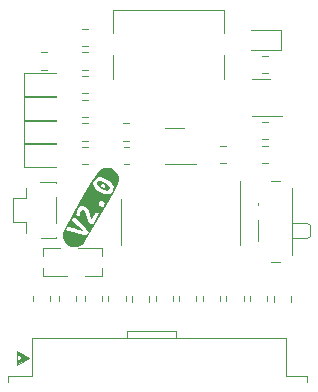
<source format=gbr>
G04 #@! TF.GenerationSoftware,KiCad,Pcbnew,6.0.7+dfsg-1~bpo11+1*
G04 #@! TF.ProjectId,project,70726f6a-6563-4742-9e6b-696361645f70,rev?*
G04 #@! TF.SameCoordinates,Original*
G04 #@! TF.FileFunction,Legend,Top*
G04 #@! TF.FilePolarity,Positive*
%FSLAX46Y46*%
G04 Gerber Fmt 4.6, Leading zero omitted, Abs format (unit mm)*
%MOMM*%
%LPD*%
G01*
G04 APERTURE LIST*
%ADD10C,0.150000*%
%ADD11C,0.120000*%
%ADD12R,0.600000X0.450000*%
%ADD13C,0.900000*%
%ADD14R,1.500000X0.700000*%
%ADD15R,0.800000X1.000000*%
%ADD16C,0.650000*%
%ADD17R,0.600000X1.450000*%
%ADD18R,0.300000X1.450000*%
%ADD19O,1.000000X2.100000*%
%ADD20O,1.000000X1.600000*%
%ADD21C,0.600000*%
%ADD22R,0.700000X0.450000*%
G04 APERTURE END LIST*
D10*
X100500000Y-124525000D02*
X99700000Y-124975000D01*
X100500000Y-124575000D02*
X99700000Y-124075000D01*
X100300000Y-124625000D02*
X99700000Y-124225000D01*
X100300000Y-124475000D02*
X99700000Y-124825000D01*
D11*
X111365000Y-119727064D02*
X111365000Y-119272936D01*
X112835000Y-119727064D02*
X112835000Y-119272936D01*
X109127064Y-106640000D02*
X108672936Y-106640000D01*
X109127064Y-108110000D02*
X108672936Y-108110000D01*
X110835000Y-119238748D02*
X110835000Y-119761252D01*
X109365000Y-119238748D02*
X109365000Y-119761252D01*
X104635000Y-119272936D02*
X104635000Y-119727064D01*
X103165000Y-119272936D02*
X103165000Y-119727064D01*
X102161252Y-100110000D02*
X101638748Y-100110000D01*
X102161252Y-98640000D02*
X101638748Y-98640000D01*
X102900000Y-100415000D02*
X100215000Y-100415000D01*
X100215000Y-100415000D02*
X100215000Y-102335000D01*
X100215000Y-102335000D02*
X102900000Y-102335000D01*
X100215000Y-104335000D02*
X102900000Y-104335000D01*
X102900000Y-102415000D02*
X100215000Y-102415000D01*
X100215000Y-102415000D02*
X100215000Y-104335000D01*
X120338748Y-106540000D02*
X120861252Y-106540000D01*
X120338748Y-108010000D02*
X120861252Y-108010000D01*
X118835000Y-119727064D02*
X118835000Y-119272936D01*
X117365000Y-119727064D02*
X117365000Y-119272936D01*
X108440000Y-112975000D02*
X108440000Y-111025000D01*
X108440000Y-112975000D02*
X108440000Y-114925000D01*
X118560000Y-112975000D02*
X118560000Y-109525000D01*
X118560000Y-112975000D02*
X118560000Y-114925000D01*
X116838748Y-106540000D02*
X117361252Y-106540000D01*
X116838748Y-108010000D02*
X117361252Y-108010000D01*
X105172936Y-100110000D02*
X105627064Y-100110000D01*
X105172936Y-98640000D02*
X105627064Y-98640000D01*
X122000000Y-98425000D02*
X119450000Y-98425000D01*
X122000000Y-96725000D02*
X119450000Y-96725000D01*
X122000000Y-98425000D02*
X122000000Y-96725000D01*
X105172936Y-104110000D02*
X105627064Y-104110000D01*
X105172936Y-102640000D02*
X105627064Y-102640000D01*
X105172936Y-96640000D02*
X105627064Y-96640000D01*
X105172936Y-98110000D02*
X105627064Y-98110000D01*
X120300000Y-104035000D02*
X119500000Y-104035000D01*
X120300000Y-100915000D02*
X121100000Y-100915000D01*
X120300000Y-104035000D02*
X122100000Y-104035000D01*
X120300000Y-100915000D02*
X119500000Y-100915000D01*
X105172936Y-106640000D02*
X105627064Y-106640000D01*
X105172936Y-108110000D02*
X105627064Y-108110000D01*
X113000000Y-108135000D02*
X114800000Y-108135000D01*
X113000000Y-105015000D02*
X112200000Y-105015000D01*
X113000000Y-105015000D02*
X113800000Y-105015000D01*
X113000000Y-108135000D02*
X112200000Y-108135000D01*
X120080000Y-111575000D02*
X120080000Y-111375000D01*
X120080000Y-114575000D02*
X120080000Y-112875000D01*
X124220000Y-114375000D02*
X124430000Y-114175000D01*
X121130000Y-116425000D02*
X121920000Y-116425000D01*
X124430000Y-114175000D02*
X124430000Y-113275000D01*
X122930000Y-114375000D02*
X124220000Y-114375000D01*
X124220000Y-113075000D02*
X124430000Y-113275000D01*
X121920000Y-109525000D02*
X121130000Y-109525000D01*
X122930000Y-115825000D02*
X122930000Y-110125000D01*
X124220000Y-113075000D02*
X122930000Y-113075000D01*
X100215000Y-106415000D02*
X100215000Y-108335000D01*
X100215000Y-108335000D02*
X102900000Y-108335000D01*
X102900000Y-106415000D02*
X100215000Y-106415000D01*
X109161252Y-104640000D02*
X108638748Y-104640000D01*
X109161252Y-106110000D02*
X108638748Y-106110000D01*
X102900000Y-104415000D02*
X100215000Y-104415000D01*
X100215000Y-104415000D02*
X100215000Y-106335000D01*
X100215000Y-106335000D02*
X102900000Y-106335000D01*
X105172936Y-102110000D02*
X105627064Y-102110000D01*
X105172936Y-100640000D02*
X105627064Y-100640000D01*
X117200000Y-95075000D02*
X107800000Y-95075000D01*
X117200000Y-96975000D02*
X117200000Y-95075000D01*
X107800000Y-96975000D02*
X107800000Y-95075000D01*
X117200000Y-100875000D02*
X117200000Y-98875000D01*
X107800000Y-100875000D02*
X107800000Y-98875000D01*
X100965000Y-119272936D02*
X100965000Y-119727064D01*
X102435000Y-119272936D02*
X102435000Y-119727064D01*
X121365000Y-119761252D02*
X121365000Y-119238748D01*
X122835000Y-119761252D02*
X122835000Y-119238748D01*
X100400000Y-111000000D02*
X100400000Y-110100000D01*
X99300000Y-113000000D02*
X99300000Y-111000000D01*
X99300000Y-111000000D02*
X100400000Y-111000000D01*
X102900000Y-113100000D02*
X102900000Y-110900000D01*
X102900000Y-109600000D02*
X101600000Y-109600000D01*
X100400000Y-113000000D02*
X99300000Y-113000000D01*
X102900000Y-109600000D02*
X102900000Y-109700000D01*
X102900000Y-114400000D02*
X101700000Y-114400000D01*
X100400000Y-113900000D02*
X100400000Y-113000000D01*
X102900000Y-114400000D02*
X102900000Y-114300000D01*
G36*
X107479163Y-110245516D02*
G01*
X107384315Y-110332706D01*
X107238676Y-110353679D01*
X107115054Y-110330425D01*
X106972231Y-110276837D01*
X106810208Y-110192917D01*
X106657856Y-110095332D01*
X106540839Y-109998902D01*
X106507283Y-109959761D01*
X106761970Y-109959761D01*
X106854213Y-110061136D01*
X106986924Y-110089638D01*
X107090792Y-110018082D01*
X107098744Y-109895961D01*
X107008399Y-109794078D01*
X106873790Y-109766084D01*
X106770803Y-109833337D01*
X106761970Y-109959761D01*
X106507283Y-109959761D01*
X106459156Y-109903623D01*
X106404500Y-109767010D01*
X106432585Y-109641274D01*
X106528301Y-109552581D01*
X106673766Y-109531908D01*
X106796735Y-109555677D01*
X106938524Y-109609202D01*
X107099133Y-109692484D01*
X107252899Y-109790706D01*
X107370950Y-109887200D01*
X107453286Y-109981964D01*
X107508115Y-110118277D01*
X107479808Y-110242681D01*
X107479163Y-110245516D01*
G37*
G36*
X105661945Y-114213504D02*
G01*
X105421637Y-114629730D01*
X105421521Y-114629930D01*
X105305840Y-114791361D01*
X105160889Y-114927123D01*
X104992237Y-115031997D01*
X104806367Y-115101955D01*
X104610418Y-115134306D01*
X104411925Y-115127808D01*
X104218512Y-115082710D01*
X104037614Y-115000746D01*
X103876183Y-114885066D01*
X103740421Y-114740115D01*
X103635547Y-114571464D01*
X103565589Y-114385592D01*
X103533239Y-114189644D01*
X103539737Y-113991150D01*
X103584835Y-113797738D01*
X103631854Y-113693964D01*
X103800843Y-113693964D01*
X103951549Y-113744084D01*
X104142884Y-113801620D01*
X104287295Y-113842579D01*
X104438327Y-113883799D01*
X104595983Y-113925277D01*
X104757546Y-113966160D01*
X104920303Y-114005593D01*
X105084253Y-114043577D01*
X105319206Y-114095019D01*
X105530421Y-114137568D01*
X105706832Y-113832016D01*
X105605195Y-113712029D01*
X105500002Y-113591415D01*
X105391250Y-113470172D01*
X105280826Y-113350281D01*
X105170618Y-113233721D01*
X105060625Y-113120494D01*
X104898570Y-112958764D01*
X104742065Y-112808258D01*
X104594846Y-112671534D01*
X104460648Y-112551149D01*
X104281459Y-112861514D01*
X104394066Y-112955398D01*
X104523142Y-113065207D01*
X104661863Y-113185397D01*
X104803406Y-113310423D01*
X104944461Y-113438376D01*
X105081722Y-113567346D01*
X105208364Y-113691789D01*
X105317563Y-113806161D01*
X105161936Y-113768037D01*
X104989721Y-113721139D01*
X104808705Y-113667956D01*
X104626673Y-113610978D01*
X104447404Y-113551987D01*
X104274686Y-113492767D01*
X104116647Y-113435207D01*
X103981421Y-113381194D01*
X103800843Y-113693964D01*
X103631854Y-113693964D01*
X103666798Y-113616840D01*
X103666913Y-113616640D01*
X104393114Y-112358823D01*
X104672737Y-112358823D01*
X104700650Y-112513280D01*
X104992293Y-112485977D01*
X104966725Y-112269118D01*
X105017774Y-112102910D01*
X105147662Y-111991841D01*
X105320357Y-112017765D01*
X105422174Y-112135896D01*
X105486807Y-112323983D01*
X105514700Y-112434720D01*
X105542822Y-112552005D01*
X105575454Y-112671894D01*
X105616880Y-112790445D01*
X105670084Y-112904568D01*
X105738053Y-113011176D01*
X105824641Y-113105676D01*
X105933701Y-113183479D01*
X105983531Y-113213852D01*
X106047152Y-113242564D01*
X106608333Y-112270569D01*
X106362928Y-112128885D01*
X105993437Y-112768862D01*
X105928627Y-112697760D01*
X105878637Y-112587097D01*
X105841286Y-112462879D01*
X105814390Y-112351113D01*
X105764935Y-112158958D01*
X105697523Y-111975682D01*
X105603632Y-111818821D01*
X105472336Y-111704523D01*
X105263652Y-111635365D01*
X105070393Y-111661727D01*
X104904876Y-111765056D01*
X104777009Y-111925409D01*
X104716634Y-112057763D01*
X104679971Y-112204609D01*
X104672737Y-112358823D01*
X104393114Y-112358823D01*
X104927396Y-111433419D01*
X106575190Y-111433419D01*
X106576502Y-111525602D01*
X106614883Y-111611920D01*
X106694688Y-111682054D01*
X106797734Y-111717489D01*
X106892881Y-111708264D01*
X106974573Y-111664003D01*
X107036237Y-111590536D01*
X107067022Y-111409420D01*
X106943330Y-111251393D01*
X106749441Y-111226064D01*
X106607982Y-111343283D01*
X106575190Y-111433419D01*
X104927396Y-111433419D01*
X105856035Y-109824968D01*
X106103757Y-109824968D01*
X106151576Y-109989090D01*
X106226111Y-110110717D01*
X106335030Y-110229739D01*
X106478335Y-110346159D01*
X106656022Y-110459975D01*
X106845452Y-110558315D01*
X107019170Y-110625529D01*
X107177174Y-110661617D01*
X107319466Y-110666580D01*
X107485047Y-110626733D01*
X107623287Y-110535459D01*
X107734191Y-110392757D01*
X107802322Y-110225361D01*
X107812248Y-110060003D01*
X107763966Y-109896684D01*
X107688523Y-109775936D01*
X107578267Y-109657144D01*
X107433199Y-109540307D01*
X107253319Y-109425426D01*
X107065017Y-109327737D01*
X106892277Y-109261087D01*
X106735099Y-109225476D01*
X106593484Y-109220905D01*
X106428573Y-109261138D01*
X106290732Y-109352644D01*
X106179962Y-109495423D01*
X106113220Y-109660412D01*
X106103757Y-109824968D01*
X105856035Y-109824968D01*
X106378363Y-108920270D01*
X106378479Y-108920070D01*
X106494160Y-108758638D01*
X106639111Y-108622877D01*
X106807763Y-108518003D01*
X106993634Y-108448046D01*
X107189582Y-108415694D01*
X107388075Y-108422192D01*
X107581488Y-108467290D01*
X107762386Y-108549254D01*
X107923817Y-108664934D01*
X108059579Y-108809885D01*
X108164453Y-108978536D01*
X108234410Y-109164408D01*
X108266761Y-109360356D01*
X108260263Y-109558850D01*
X108215166Y-109752261D01*
X108133203Y-109933160D01*
X108133087Y-109933360D01*
X107834438Y-110450635D01*
X107141296Y-111651192D01*
X106739857Y-112346505D01*
X105661945Y-114213504D01*
G37*
X105172936Y-104640000D02*
X105627064Y-104640000D01*
X105172936Y-106110000D02*
X105627064Y-106110000D01*
X107365000Y-119727064D02*
X107365000Y-119272936D01*
X108835000Y-119727064D02*
X108835000Y-119272936D01*
X119365000Y-119272936D02*
X119365000Y-119727064D01*
X120835000Y-119272936D02*
X120835000Y-119727064D01*
X106835000Y-119727064D02*
X106835000Y-119272936D01*
X105365000Y-119727064D02*
X105365000Y-119272936D01*
X116835000Y-119727064D02*
X116835000Y-119272936D01*
X115365000Y-119727064D02*
X115365000Y-119272936D01*
X101870000Y-115900000D02*
X101870000Y-115240000D01*
X101870000Y-117560000D02*
X103900000Y-117560000D01*
X103280000Y-115240000D02*
X101870000Y-115240000D01*
X101870000Y-117560000D02*
X101870000Y-116900000D01*
X106830000Y-116900000D02*
X106830000Y-117560000D01*
X105420000Y-117560000D02*
X106830000Y-117560000D01*
X106830000Y-115240000D02*
X104800000Y-115240000D01*
X106830000Y-115240000D02*
X106830000Y-115900000D01*
X120861252Y-100410000D02*
X120338748Y-100410000D01*
X120861252Y-98940000D02*
X120338748Y-98940000D01*
X120338748Y-106010000D02*
X120861252Y-106010000D01*
X120338748Y-104540000D02*
X120861252Y-104540000D01*
X122400000Y-122800000D02*
X122400000Y-126050000D01*
X98900000Y-126050000D02*
X100900000Y-126050000D01*
X108950000Y-122250000D02*
X113090000Y-122250000D01*
X99650000Y-125150000D02*
X99650000Y-123950000D01*
X99650000Y-123950000D02*
X100650000Y-124550000D01*
X100900000Y-122800000D02*
X122400000Y-122800000D01*
X124150000Y-126050000D02*
X124150000Y-126550000D01*
X100900000Y-122800000D02*
X100900000Y-126050000D01*
X113090000Y-122250000D02*
X113090000Y-122850000D01*
X124150000Y-126050000D02*
X122400000Y-126050000D01*
X98900000Y-126050000D02*
X98900000Y-126550000D01*
X100650000Y-124550000D02*
X99650000Y-125150000D01*
X108950000Y-122850000D02*
X108950000Y-122250000D01*
X113365000Y-119727064D02*
X113365000Y-119272936D01*
X114835000Y-119727064D02*
X114835000Y-119272936D01*
%LPC*%
D10*
X107500000Y-97375000D02*
X117500000Y-97375000D01*
X117500000Y-97375000D02*
X117500000Y-98475000D01*
X117500000Y-98475000D02*
X107500000Y-98475000D01*
X107500000Y-98475000D02*
X107500000Y-97375000D01*
G36*
X107500000Y-97375000D02*
G01*
X117500000Y-97375000D01*
X117500000Y-98475000D01*
X107500000Y-98475000D01*
X107500000Y-97375000D01*
G37*
G36*
G01*
X112550000Y-120925000D02*
X111650000Y-120925000D01*
G75*
G02*
X111400000Y-120675000I0J250000D01*
G01*
X111400000Y-120150000D01*
G75*
G02*
X111650000Y-119900000I250000J0D01*
G01*
X112550000Y-119900000D01*
G75*
G02*
X112800000Y-120150000I0J-250000D01*
G01*
X112800000Y-120675000D01*
G75*
G02*
X112550000Y-120925000I-250000J0D01*
G01*
G37*
G36*
G01*
X112550000Y-119100000D02*
X111650000Y-119100000D01*
G75*
G02*
X111400000Y-118850000I0J250000D01*
G01*
X111400000Y-118325000D01*
G75*
G02*
X111650000Y-118075000I250000J0D01*
G01*
X112550000Y-118075000D01*
G75*
G02*
X112800000Y-118325000I0J-250000D01*
G01*
X112800000Y-118850000D01*
G75*
G02*
X112550000Y-119100000I-250000J0D01*
G01*
G37*
G36*
G01*
X110325000Y-106925000D02*
X110325000Y-107825000D01*
G75*
G02*
X110075000Y-108075000I-250000J0D01*
G01*
X109550000Y-108075000D01*
G75*
G02*
X109300000Y-107825000I0J250000D01*
G01*
X109300000Y-106925000D01*
G75*
G02*
X109550000Y-106675000I250000J0D01*
G01*
X110075000Y-106675000D01*
G75*
G02*
X110325000Y-106925000I0J-250000D01*
G01*
G37*
G36*
G01*
X108500000Y-106925000D02*
X108500000Y-107825000D01*
G75*
G02*
X108250000Y-108075000I-250000J0D01*
G01*
X107725000Y-108075000D01*
G75*
G02*
X107475000Y-107825000I0J250000D01*
G01*
X107475000Y-106925000D01*
G75*
G02*
X107725000Y-106675000I250000J0D01*
G01*
X108250000Y-106675000D01*
G75*
G02*
X108500000Y-106925000I0J-250000D01*
G01*
G37*
G36*
G01*
X109625000Y-118050000D02*
X110575000Y-118050000D01*
G75*
G02*
X110825000Y-118300000I0J-250000D01*
G01*
X110825000Y-118800000D01*
G75*
G02*
X110575000Y-119050000I-250000J0D01*
G01*
X109625000Y-119050000D01*
G75*
G02*
X109375000Y-118800000I0J250000D01*
G01*
X109375000Y-118300000D01*
G75*
G02*
X109625000Y-118050000I250000J0D01*
G01*
G37*
G36*
G01*
X109625000Y-119950000D02*
X110575000Y-119950000D01*
G75*
G02*
X110825000Y-120200000I0J-250000D01*
G01*
X110825000Y-120700000D01*
G75*
G02*
X110575000Y-120950000I-250000J0D01*
G01*
X109625000Y-120950000D01*
G75*
G02*
X109375000Y-120700000I0J250000D01*
G01*
X109375000Y-120200000D01*
G75*
G02*
X109625000Y-119950000I250000J0D01*
G01*
G37*
G36*
G01*
X103450000Y-118075000D02*
X104350000Y-118075000D01*
G75*
G02*
X104600000Y-118325000I0J-250000D01*
G01*
X104600000Y-118850000D01*
G75*
G02*
X104350000Y-119100000I-250000J0D01*
G01*
X103450000Y-119100000D01*
G75*
G02*
X103200000Y-118850000I0J250000D01*
G01*
X103200000Y-118325000D01*
G75*
G02*
X103450000Y-118075000I250000J0D01*
G01*
G37*
G36*
G01*
X103450000Y-119900000D02*
X104350000Y-119900000D01*
G75*
G02*
X104600000Y-120150000I0J-250000D01*
G01*
X104600000Y-120675000D01*
G75*
G02*
X104350000Y-120925000I-250000J0D01*
G01*
X103450000Y-120925000D01*
G75*
G02*
X103200000Y-120675000I0J250000D01*
G01*
X103200000Y-120150000D01*
G75*
G02*
X103450000Y-119900000I250000J0D01*
G01*
G37*
G36*
G01*
X103350000Y-98900000D02*
X103350000Y-99850000D01*
G75*
G02*
X103100000Y-100100000I-250000J0D01*
G01*
X102600000Y-100100000D01*
G75*
G02*
X102350000Y-99850000I0J250000D01*
G01*
X102350000Y-98900000D01*
G75*
G02*
X102600000Y-98650000I250000J0D01*
G01*
X103100000Y-98650000D01*
G75*
G02*
X103350000Y-98900000I0J-250000D01*
G01*
G37*
G36*
G01*
X101450000Y-98900000D02*
X101450000Y-99850000D01*
G75*
G02*
X101200000Y-100100000I-250000J0D01*
G01*
X100700000Y-100100000D01*
G75*
G02*
X100450000Y-99850000I0J250000D01*
G01*
X100450000Y-98900000D01*
G75*
G02*
X100700000Y-98650000I250000J0D01*
G01*
X101200000Y-98650000D01*
G75*
G02*
X101450000Y-98900000I0J-250000D01*
G01*
G37*
G36*
G01*
X100475000Y-101831250D02*
X100475000Y-100918750D01*
G75*
G02*
X100718750Y-100675000I243750J0D01*
G01*
X101206250Y-100675000D01*
G75*
G02*
X101450000Y-100918750I0J-243750D01*
G01*
X101450000Y-101831250D01*
G75*
G02*
X101206250Y-102075000I-243750J0D01*
G01*
X100718750Y-102075000D01*
G75*
G02*
X100475000Y-101831250I0J243750D01*
G01*
G37*
G36*
G01*
X102350000Y-101831250D02*
X102350000Y-100918750D01*
G75*
G02*
X102593750Y-100675000I243750J0D01*
G01*
X103081250Y-100675000D01*
G75*
G02*
X103325000Y-100918750I0J-243750D01*
G01*
X103325000Y-101831250D01*
G75*
G02*
X103081250Y-102075000I-243750J0D01*
G01*
X102593750Y-102075000D01*
G75*
G02*
X102350000Y-101831250I0J243750D01*
G01*
G37*
G36*
G01*
X100475000Y-103831250D02*
X100475000Y-102918750D01*
G75*
G02*
X100718750Y-102675000I243750J0D01*
G01*
X101206250Y-102675000D01*
G75*
G02*
X101450000Y-102918750I0J-243750D01*
G01*
X101450000Y-103831250D01*
G75*
G02*
X101206250Y-104075000I-243750J0D01*
G01*
X100718750Y-104075000D01*
G75*
G02*
X100475000Y-103831250I0J243750D01*
G01*
G37*
G36*
G01*
X102350000Y-103831250D02*
X102350000Y-102918750D01*
G75*
G02*
X102593750Y-102675000I243750J0D01*
G01*
X103081250Y-102675000D01*
G75*
G02*
X103325000Y-102918750I0J-243750D01*
G01*
X103325000Y-103831250D01*
G75*
G02*
X103081250Y-104075000I-243750J0D01*
G01*
X102593750Y-104075000D01*
G75*
G02*
X102350000Y-103831250I0J243750D01*
G01*
G37*
G36*
G01*
X119150000Y-107750000D02*
X119150000Y-106800000D01*
G75*
G02*
X119400000Y-106550000I250000J0D01*
G01*
X119900000Y-106550000D01*
G75*
G02*
X120150000Y-106800000I0J-250000D01*
G01*
X120150000Y-107750000D01*
G75*
G02*
X119900000Y-108000000I-250000J0D01*
G01*
X119400000Y-108000000D01*
G75*
G02*
X119150000Y-107750000I0J250000D01*
G01*
G37*
G36*
G01*
X121050000Y-107750000D02*
X121050000Y-106800000D01*
G75*
G02*
X121300000Y-106550000I250000J0D01*
G01*
X121800000Y-106550000D01*
G75*
G02*
X122050000Y-106800000I0J-250000D01*
G01*
X122050000Y-107750000D01*
G75*
G02*
X121800000Y-108000000I-250000J0D01*
G01*
X121300000Y-108000000D01*
G75*
G02*
X121050000Y-107750000I0J250000D01*
G01*
G37*
G36*
G01*
X118550000Y-120925000D02*
X117650000Y-120925000D01*
G75*
G02*
X117400000Y-120675000I0J250000D01*
G01*
X117400000Y-120150000D01*
G75*
G02*
X117650000Y-119900000I250000J0D01*
G01*
X118550000Y-119900000D01*
G75*
G02*
X118800000Y-120150000I0J-250000D01*
G01*
X118800000Y-120675000D01*
G75*
G02*
X118550000Y-120925000I-250000J0D01*
G01*
G37*
G36*
G01*
X118550000Y-119100000D02*
X117650000Y-119100000D01*
G75*
G02*
X117400000Y-118850000I0J250000D01*
G01*
X117400000Y-118325000D01*
G75*
G02*
X117650000Y-118075000I250000J0D01*
G01*
X118550000Y-118075000D01*
G75*
G02*
X118800000Y-118325000I0J-250000D01*
G01*
X118800000Y-118850000D01*
G75*
G02*
X118550000Y-119100000I-250000J0D01*
G01*
G37*
G36*
G01*
X117795000Y-109525000D02*
X118095000Y-109525000D01*
G75*
G02*
X118245000Y-109675000I0J-150000D01*
G01*
X118245000Y-111325000D01*
G75*
G02*
X118095000Y-111475000I-150000J0D01*
G01*
X117795000Y-111475000D01*
G75*
G02*
X117645000Y-111325000I0J150000D01*
G01*
X117645000Y-109675000D01*
G75*
G02*
X117795000Y-109525000I150000J0D01*
G01*
G37*
G36*
G01*
X116525000Y-109525000D02*
X116825000Y-109525000D01*
G75*
G02*
X116975000Y-109675000I0J-150000D01*
G01*
X116975000Y-111325000D01*
G75*
G02*
X116825000Y-111475000I-150000J0D01*
G01*
X116525000Y-111475000D01*
G75*
G02*
X116375000Y-111325000I0J150000D01*
G01*
X116375000Y-109675000D01*
G75*
G02*
X116525000Y-109525000I150000J0D01*
G01*
G37*
G36*
G01*
X115255000Y-109525000D02*
X115555000Y-109525000D01*
G75*
G02*
X115705000Y-109675000I0J-150000D01*
G01*
X115705000Y-111325000D01*
G75*
G02*
X115555000Y-111475000I-150000J0D01*
G01*
X115255000Y-111475000D01*
G75*
G02*
X115105000Y-111325000I0J150000D01*
G01*
X115105000Y-109675000D01*
G75*
G02*
X115255000Y-109525000I150000J0D01*
G01*
G37*
G36*
G01*
X113985000Y-109525000D02*
X114285000Y-109525000D01*
G75*
G02*
X114435000Y-109675000I0J-150000D01*
G01*
X114435000Y-111325000D01*
G75*
G02*
X114285000Y-111475000I-150000J0D01*
G01*
X113985000Y-111475000D01*
G75*
G02*
X113835000Y-111325000I0J150000D01*
G01*
X113835000Y-109675000D01*
G75*
G02*
X113985000Y-109525000I150000J0D01*
G01*
G37*
G36*
G01*
X112715000Y-109525000D02*
X113015000Y-109525000D01*
G75*
G02*
X113165000Y-109675000I0J-150000D01*
G01*
X113165000Y-111325000D01*
G75*
G02*
X113015000Y-111475000I-150000J0D01*
G01*
X112715000Y-111475000D01*
G75*
G02*
X112565000Y-111325000I0J150000D01*
G01*
X112565000Y-109675000D01*
G75*
G02*
X112715000Y-109525000I150000J0D01*
G01*
G37*
G36*
G01*
X111445000Y-109525000D02*
X111745000Y-109525000D01*
G75*
G02*
X111895000Y-109675000I0J-150000D01*
G01*
X111895000Y-111325000D01*
G75*
G02*
X111745000Y-111475000I-150000J0D01*
G01*
X111445000Y-111475000D01*
G75*
G02*
X111295000Y-111325000I0J150000D01*
G01*
X111295000Y-109675000D01*
G75*
G02*
X111445000Y-109525000I150000J0D01*
G01*
G37*
G36*
G01*
X110175000Y-109525000D02*
X110475000Y-109525000D01*
G75*
G02*
X110625000Y-109675000I0J-150000D01*
G01*
X110625000Y-111325000D01*
G75*
G02*
X110475000Y-111475000I-150000J0D01*
G01*
X110175000Y-111475000D01*
G75*
G02*
X110025000Y-111325000I0J150000D01*
G01*
X110025000Y-109675000D01*
G75*
G02*
X110175000Y-109525000I150000J0D01*
G01*
G37*
G36*
G01*
X108905000Y-109525000D02*
X109205000Y-109525000D01*
G75*
G02*
X109355000Y-109675000I0J-150000D01*
G01*
X109355000Y-111325000D01*
G75*
G02*
X109205000Y-111475000I-150000J0D01*
G01*
X108905000Y-111475000D01*
G75*
G02*
X108755000Y-111325000I0J150000D01*
G01*
X108755000Y-109675000D01*
G75*
G02*
X108905000Y-109525000I150000J0D01*
G01*
G37*
G36*
G01*
X108905000Y-114475000D02*
X109205000Y-114475000D01*
G75*
G02*
X109355000Y-114625000I0J-150000D01*
G01*
X109355000Y-116275000D01*
G75*
G02*
X109205000Y-116425000I-150000J0D01*
G01*
X108905000Y-116425000D01*
G75*
G02*
X108755000Y-116275000I0J150000D01*
G01*
X108755000Y-114625000D01*
G75*
G02*
X108905000Y-114475000I150000J0D01*
G01*
G37*
G36*
G01*
X110175000Y-114475000D02*
X110475000Y-114475000D01*
G75*
G02*
X110625000Y-114625000I0J-150000D01*
G01*
X110625000Y-116275000D01*
G75*
G02*
X110475000Y-116425000I-150000J0D01*
G01*
X110175000Y-116425000D01*
G75*
G02*
X110025000Y-116275000I0J150000D01*
G01*
X110025000Y-114625000D01*
G75*
G02*
X110175000Y-114475000I150000J0D01*
G01*
G37*
G36*
G01*
X111445000Y-114475000D02*
X111745000Y-114475000D01*
G75*
G02*
X111895000Y-114625000I0J-150000D01*
G01*
X111895000Y-116275000D01*
G75*
G02*
X111745000Y-116425000I-150000J0D01*
G01*
X111445000Y-116425000D01*
G75*
G02*
X111295000Y-116275000I0J150000D01*
G01*
X111295000Y-114625000D01*
G75*
G02*
X111445000Y-114475000I150000J0D01*
G01*
G37*
G36*
G01*
X112715000Y-114475000D02*
X113015000Y-114475000D01*
G75*
G02*
X113165000Y-114625000I0J-150000D01*
G01*
X113165000Y-116275000D01*
G75*
G02*
X113015000Y-116425000I-150000J0D01*
G01*
X112715000Y-116425000D01*
G75*
G02*
X112565000Y-116275000I0J150000D01*
G01*
X112565000Y-114625000D01*
G75*
G02*
X112715000Y-114475000I150000J0D01*
G01*
G37*
G36*
G01*
X113985000Y-114475000D02*
X114285000Y-114475000D01*
G75*
G02*
X114435000Y-114625000I0J-150000D01*
G01*
X114435000Y-116275000D01*
G75*
G02*
X114285000Y-116425000I-150000J0D01*
G01*
X113985000Y-116425000D01*
G75*
G02*
X113835000Y-116275000I0J150000D01*
G01*
X113835000Y-114625000D01*
G75*
G02*
X113985000Y-114475000I150000J0D01*
G01*
G37*
G36*
G01*
X115255000Y-114475000D02*
X115555000Y-114475000D01*
G75*
G02*
X115705000Y-114625000I0J-150000D01*
G01*
X115705000Y-116275000D01*
G75*
G02*
X115555000Y-116425000I-150000J0D01*
G01*
X115255000Y-116425000D01*
G75*
G02*
X115105000Y-116275000I0J150000D01*
G01*
X115105000Y-114625000D01*
G75*
G02*
X115255000Y-114475000I150000J0D01*
G01*
G37*
G36*
G01*
X116525000Y-114475000D02*
X116825000Y-114475000D01*
G75*
G02*
X116975000Y-114625000I0J-150000D01*
G01*
X116975000Y-116275000D01*
G75*
G02*
X116825000Y-116425000I-150000J0D01*
G01*
X116525000Y-116425000D01*
G75*
G02*
X116375000Y-116275000I0J150000D01*
G01*
X116375000Y-114625000D01*
G75*
G02*
X116525000Y-114475000I150000J0D01*
G01*
G37*
G36*
G01*
X117795000Y-114475000D02*
X118095000Y-114475000D01*
G75*
G02*
X118245000Y-114625000I0J-150000D01*
G01*
X118245000Y-116275000D01*
G75*
G02*
X118095000Y-116425000I-150000J0D01*
G01*
X117795000Y-116425000D01*
G75*
G02*
X117645000Y-116275000I0J150000D01*
G01*
X117645000Y-114625000D01*
G75*
G02*
X117795000Y-114475000I150000J0D01*
G01*
G37*
G36*
G01*
X115650000Y-107750000D02*
X115650000Y-106800000D01*
G75*
G02*
X115900000Y-106550000I250000J0D01*
G01*
X116400000Y-106550000D01*
G75*
G02*
X116650000Y-106800000I0J-250000D01*
G01*
X116650000Y-107750000D01*
G75*
G02*
X116400000Y-108000000I-250000J0D01*
G01*
X115900000Y-108000000D01*
G75*
G02*
X115650000Y-107750000I0J250000D01*
G01*
G37*
G36*
G01*
X117550000Y-107750000D02*
X117550000Y-106800000D01*
G75*
G02*
X117800000Y-106550000I250000J0D01*
G01*
X118300000Y-106550000D01*
G75*
G02*
X118550000Y-106800000I0J-250000D01*
G01*
X118550000Y-107750000D01*
G75*
G02*
X118300000Y-108000000I-250000J0D01*
G01*
X117800000Y-108000000D01*
G75*
G02*
X117550000Y-107750000I0J250000D01*
G01*
G37*
G36*
G01*
X103975000Y-99825000D02*
X103975000Y-98925000D01*
G75*
G02*
X104225000Y-98675000I250000J0D01*
G01*
X104750000Y-98675000D01*
G75*
G02*
X105000000Y-98925000I0J-250000D01*
G01*
X105000000Y-99825000D01*
G75*
G02*
X104750000Y-100075000I-250000J0D01*
G01*
X104225000Y-100075000D01*
G75*
G02*
X103975000Y-99825000I0J250000D01*
G01*
G37*
G36*
G01*
X105800000Y-99825000D02*
X105800000Y-98925000D01*
G75*
G02*
X106050000Y-98675000I250000J0D01*
G01*
X106575000Y-98675000D01*
G75*
G02*
X106825000Y-98925000I0J-250000D01*
G01*
X106825000Y-99825000D01*
G75*
G02*
X106575000Y-100075000I-250000J0D01*
G01*
X106050000Y-100075000D01*
G75*
G02*
X105800000Y-99825000I0J250000D01*
G01*
G37*
D12*
X121550000Y-97575000D03*
X119450000Y-97575000D03*
G36*
G01*
X103975000Y-103825000D02*
X103975000Y-102925000D01*
G75*
G02*
X104225000Y-102675000I250000J0D01*
G01*
X104750000Y-102675000D01*
G75*
G02*
X105000000Y-102925000I0J-250000D01*
G01*
X105000000Y-103825000D01*
G75*
G02*
X104750000Y-104075000I-250000J0D01*
G01*
X104225000Y-104075000D01*
G75*
G02*
X103975000Y-103825000I0J250000D01*
G01*
G37*
G36*
G01*
X105800000Y-103825000D02*
X105800000Y-102925000D01*
G75*
G02*
X106050000Y-102675000I250000J0D01*
G01*
X106575000Y-102675000D01*
G75*
G02*
X106825000Y-102925000I0J-250000D01*
G01*
X106825000Y-103825000D01*
G75*
G02*
X106575000Y-104075000I-250000J0D01*
G01*
X106050000Y-104075000D01*
G75*
G02*
X105800000Y-103825000I0J250000D01*
G01*
G37*
G36*
G01*
X103975000Y-97825000D02*
X103975000Y-96925000D01*
G75*
G02*
X104225000Y-96675000I250000J0D01*
G01*
X104750000Y-96675000D01*
G75*
G02*
X105000000Y-96925000I0J-250000D01*
G01*
X105000000Y-97825000D01*
G75*
G02*
X104750000Y-98075000I-250000J0D01*
G01*
X104225000Y-98075000D01*
G75*
G02*
X103975000Y-97825000I0J250000D01*
G01*
G37*
G36*
G01*
X105800000Y-97825000D02*
X105800000Y-96925000D01*
G75*
G02*
X106050000Y-96675000I250000J0D01*
G01*
X106575000Y-96675000D01*
G75*
G02*
X106825000Y-96925000I0J-250000D01*
G01*
X106825000Y-97825000D01*
G75*
G02*
X106575000Y-98075000I-250000J0D01*
G01*
X106050000Y-98075000D01*
G75*
G02*
X105800000Y-97825000I0J250000D01*
G01*
G37*
G36*
G01*
X122100000Y-103275000D02*
X122100000Y-103575000D01*
G75*
G02*
X121950000Y-103725000I-150000J0D01*
G01*
X120925000Y-103725000D01*
G75*
G02*
X120775000Y-103575000I0J150000D01*
G01*
X120775000Y-103275000D01*
G75*
G02*
X120925000Y-103125000I150000J0D01*
G01*
X121950000Y-103125000D01*
G75*
G02*
X122100000Y-103275000I0J-150000D01*
G01*
G37*
G36*
G01*
X122100000Y-102325000D02*
X122100000Y-102625000D01*
G75*
G02*
X121950000Y-102775000I-150000J0D01*
G01*
X120925000Y-102775000D01*
G75*
G02*
X120775000Y-102625000I0J150000D01*
G01*
X120775000Y-102325000D01*
G75*
G02*
X120925000Y-102175000I150000J0D01*
G01*
X121950000Y-102175000D01*
G75*
G02*
X122100000Y-102325000I0J-150000D01*
G01*
G37*
G36*
G01*
X122100000Y-101375000D02*
X122100000Y-101675000D01*
G75*
G02*
X121950000Y-101825000I-150000J0D01*
G01*
X120925000Y-101825000D01*
G75*
G02*
X120775000Y-101675000I0J150000D01*
G01*
X120775000Y-101375000D01*
G75*
G02*
X120925000Y-101225000I150000J0D01*
G01*
X121950000Y-101225000D01*
G75*
G02*
X122100000Y-101375000I0J-150000D01*
G01*
G37*
G36*
G01*
X119825000Y-101375000D02*
X119825000Y-101675000D01*
G75*
G02*
X119675000Y-101825000I-150000J0D01*
G01*
X118650000Y-101825000D01*
G75*
G02*
X118500000Y-101675000I0J150000D01*
G01*
X118500000Y-101375000D01*
G75*
G02*
X118650000Y-101225000I150000J0D01*
G01*
X119675000Y-101225000D01*
G75*
G02*
X119825000Y-101375000I0J-150000D01*
G01*
G37*
G36*
G01*
X119825000Y-103275000D02*
X119825000Y-103575000D01*
G75*
G02*
X119675000Y-103725000I-150000J0D01*
G01*
X118650000Y-103725000D01*
G75*
G02*
X118500000Y-103575000I0J150000D01*
G01*
X118500000Y-103275000D01*
G75*
G02*
X118650000Y-103125000I150000J0D01*
G01*
X119675000Y-103125000D01*
G75*
G02*
X119825000Y-103275000I0J-150000D01*
G01*
G37*
G36*
G01*
X103975000Y-107825000D02*
X103975000Y-106925000D01*
G75*
G02*
X104225000Y-106675000I250000J0D01*
G01*
X104750000Y-106675000D01*
G75*
G02*
X105000000Y-106925000I0J-250000D01*
G01*
X105000000Y-107825000D01*
G75*
G02*
X104750000Y-108075000I-250000J0D01*
G01*
X104225000Y-108075000D01*
G75*
G02*
X103975000Y-107825000I0J250000D01*
G01*
G37*
G36*
G01*
X105800000Y-107825000D02*
X105800000Y-106925000D01*
G75*
G02*
X106050000Y-106675000I250000J0D01*
G01*
X106575000Y-106675000D01*
G75*
G02*
X106825000Y-106925000I0J-250000D01*
G01*
X106825000Y-107825000D01*
G75*
G02*
X106575000Y-108075000I-250000J0D01*
G01*
X106050000Y-108075000D01*
G75*
G02*
X105800000Y-107825000I0J250000D01*
G01*
G37*
G36*
G01*
X114800000Y-107375000D02*
X114800000Y-107675000D01*
G75*
G02*
X114650000Y-107825000I-150000J0D01*
G01*
X113625000Y-107825000D01*
G75*
G02*
X113475000Y-107675000I0J150000D01*
G01*
X113475000Y-107375000D01*
G75*
G02*
X113625000Y-107225000I150000J0D01*
G01*
X114650000Y-107225000D01*
G75*
G02*
X114800000Y-107375000I0J-150000D01*
G01*
G37*
G36*
G01*
X114800000Y-106425000D02*
X114800000Y-106725000D01*
G75*
G02*
X114650000Y-106875000I-150000J0D01*
G01*
X113625000Y-106875000D01*
G75*
G02*
X113475000Y-106725000I0J150000D01*
G01*
X113475000Y-106425000D01*
G75*
G02*
X113625000Y-106275000I150000J0D01*
G01*
X114650000Y-106275000D01*
G75*
G02*
X114800000Y-106425000I0J-150000D01*
G01*
G37*
G36*
G01*
X114800000Y-105475000D02*
X114800000Y-105775000D01*
G75*
G02*
X114650000Y-105925000I-150000J0D01*
G01*
X113625000Y-105925000D01*
G75*
G02*
X113475000Y-105775000I0J150000D01*
G01*
X113475000Y-105475000D01*
G75*
G02*
X113625000Y-105325000I150000J0D01*
G01*
X114650000Y-105325000D01*
G75*
G02*
X114800000Y-105475000I0J-150000D01*
G01*
G37*
G36*
G01*
X112525000Y-105475000D02*
X112525000Y-105775000D01*
G75*
G02*
X112375000Y-105925000I-150000J0D01*
G01*
X111350000Y-105925000D01*
G75*
G02*
X111200000Y-105775000I0J150000D01*
G01*
X111200000Y-105475000D01*
G75*
G02*
X111350000Y-105325000I150000J0D01*
G01*
X112375000Y-105325000D01*
G75*
G02*
X112525000Y-105475000I0J-150000D01*
G01*
G37*
G36*
G01*
X112525000Y-106425000D02*
X112525000Y-106725000D01*
G75*
G02*
X112375000Y-106875000I-150000J0D01*
G01*
X111350000Y-106875000D01*
G75*
G02*
X111200000Y-106725000I0J150000D01*
G01*
X111200000Y-106425000D01*
G75*
G02*
X111350000Y-106275000I150000J0D01*
G01*
X112375000Y-106275000D01*
G75*
G02*
X112525000Y-106425000I0J-150000D01*
G01*
G37*
G36*
G01*
X112525000Y-107375000D02*
X112525000Y-107675000D01*
G75*
G02*
X112375000Y-107825000I-150000J0D01*
G01*
X111350000Y-107825000D01*
G75*
G02*
X111200000Y-107675000I0J150000D01*
G01*
X111200000Y-107375000D01*
G75*
G02*
X111350000Y-107225000I150000J0D01*
G01*
X112375000Y-107225000D01*
G75*
G02*
X112525000Y-107375000I0J-150000D01*
G01*
G37*
D13*
X121530000Y-111475000D03*
X121530000Y-114475000D03*
D14*
X119770000Y-115225000D03*
X119770000Y-112225000D03*
X119770000Y-110725000D03*
D15*
X120420000Y-116625000D03*
X120420000Y-109325000D03*
X122630000Y-116625000D03*
X122630000Y-109325000D03*
G36*
G01*
X100475000Y-107831250D02*
X100475000Y-106918750D01*
G75*
G02*
X100718750Y-106675000I243750J0D01*
G01*
X101206250Y-106675000D01*
G75*
G02*
X101450000Y-106918750I0J-243750D01*
G01*
X101450000Y-107831250D01*
G75*
G02*
X101206250Y-108075000I-243750J0D01*
G01*
X100718750Y-108075000D01*
G75*
G02*
X100475000Y-107831250I0J243750D01*
G01*
G37*
G36*
G01*
X102350000Y-107831250D02*
X102350000Y-106918750D01*
G75*
G02*
X102593750Y-106675000I243750J0D01*
G01*
X103081250Y-106675000D01*
G75*
G02*
X103325000Y-106918750I0J-243750D01*
G01*
X103325000Y-107831250D01*
G75*
G02*
X103081250Y-108075000I-243750J0D01*
G01*
X102593750Y-108075000D01*
G75*
G02*
X102350000Y-107831250I0J243750D01*
G01*
G37*
G36*
G01*
X110350000Y-104900000D02*
X110350000Y-105850000D01*
G75*
G02*
X110100000Y-106100000I-250000J0D01*
G01*
X109600000Y-106100000D01*
G75*
G02*
X109350000Y-105850000I0J250000D01*
G01*
X109350000Y-104900000D01*
G75*
G02*
X109600000Y-104650000I250000J0D01*
G01*
X110100000Y-104650000D01*
G75*
G02*
X110350000Y-104900000I0J-250000D01*
G01*
G37*
G36*
G01*
X108450000Y-104900000D02*
X108450000Y-105850000D01*
G75*
G02*
X108200000Y-106100000I-250000J0D01*
G01*
X107700000Y-106100000D01*
G75*
G02*
X107450000Y-105850000I0J250000D01*
G01*
X107450000Y-104900000D01*
G75*
G02*
X107700000Y-104650000I250000J0D01*
G01*
X108200000Y-104650000D01*
G75*
G02*
X108450000Y-104900000I0J-250000D01*
G01*
G37*
G36*
G01*
X100475000Y-105831250D02*
X100475000Y-104918750D01*
G75*
G02*
X100718750Y-104675000I243750J0D01*
G01*
X101206250Y-104675000D01*
G75*
G02*
X101450000Y-104918750I0J-243750D01*
G01*
X101450000Y-105831250D01*
G75*
G02*
X101206250Y-106075000I-243750J0D01*
G01*
X100718750Y-106075000D01*
G75*
G02*
X100475000Y-105831250I0J243750D01*
G01*
G37*
G36*
G01*
X102350000Y-105831250D02*
X102350000Y-104918750D01*
G75*
G02*
X102593750Y-104675000I243750J0D01*
G01*
X103081250Y-104675000D01*
G75*
G02*
X103325000Y-104918750I0J-243750D01*
G01*
X103325000Y-105831250D01*
G75*
G02*
X103081250Y-106075000I-243750J0D01*
G01*
X102593750Y-106075000D01*
G75*
G02*
X102350000Y-105831250I0J243750D01*
G01*
G37*
G36*
G01*
X103975000Y-101825000D02*
X103975000Y-100925000D01*
G75*
G02*
X104225000Y-100675000I250000J0D01*
G01*
X104750000Y-100675000D01*
G75*
G02*
X105000000Y-100925000I0J-250000D01*
G01*
X105000000Y-101825000D01*
G75*
G02*
X104750000Y-102075000I-250000J0D01*
G01*
X104225000Y-102075000D01*
G75*
G02*
X103975000Y-101825000I0J250000D01*
G01*
G37*
G36*
G01*
X105800000Y-101825000D02*
X105800000Y-100925000D01*
G75*
G02*
X106050000Y-100675000I250000J0D01*
G01*
X106575000Y-100675000D01*
G75*
G02*
X106825000Y-100925000I0J-250000D01*
G01*
X106825000Y-101825000D01*
G75*
G02*
X106575000Y-102075000I-250000J0D01*
G01*
X106050000Y-102075000D01*
G75*
G02*
X105800000Y-101825000I0J250000D01*
G01*
G37*
D16*
X109610000Y-101575000D03*
X115390000Y-101575000D03*
D17*
X115750000Y-103020000D03*
X114950000Y-103020000D03*
D18*
X113750000Y-103020000D03*
X112750000Y-103020000D03*
X112250000Y-103020000D03*
X111250000Y-103020000D03*
D17*
X110050000Y-103020000D03*
X109250000Y-103020000D03*
X109250000Y-103020000D03*
X110050000Y-103020000D03*
D18*
X110750000Y-103020000D03*
X111750000Y-103020000D03*
X113250000Y-103020000D03*
X114250000Y-103020000D03*
D17*
X114950000Y-103020000D03*
X115750000Y-103020000D03*
D19*
X116820000Y-102105000D03*
D20*
X108180000Y-97925000D03*
X116820000Y-97925000D03*
D19*
X108180000Y-102105000D03*
G36*
G01*
X101250000Y-118075000D02*
X102150000Y-118075000D01*
G75*
G02*
X102400000Y-118325000I0J-250000D01*
G01*
X102400000Y-118850000D01*
G75*
G02*
X102150000Y-119100000I-250000J0D01*
G01*
X101250000Y-119100000D01*
G75*
G02*
X101000000Y-118850000I0J250000D01*
G01*
X101000000Y-118325000D01*
G75*
G02*
X101250000Y-118075000I250000J0D01*
G01*
G37*
G36*
G01*
X101250000Y-119900000D02*
X102150000Y-119900000D01*
G75*
G02*
X102400000Y-120150000I0J-250000D01*
G01*
X102400000Y-120675000D01*
G75*
G02*
X102150000Y-120925000I-250000J0D01*
G01*
X101250000Y-120925000D01*
G75*
G02*
X101000000Y-120675000I0J250000D01*
G01*
X101000000Y-120150000D01*
G75*
G02*
X101250000Y-119900000I250000J0D01*
G01*
G37*
G36*
G01*
X122575000Y-120950000D02*
X121625000Y-120950000D01*
G75*
G02*
X121375000Y-120700000I0J250000D01*
G01*
X121375000Y-120200000D01*
G75*
G02*
X121625000Y-119950000I250000J0D01*
G01*
X122575000Y-119950000D01*
G75*
G02*
X122825000Y-120200000I0J-250000D01*
G01*
X122825000Y-120700000D01*
G75*
G02*
X122575000Y-120950000I-250000J0D01*
G01*
G37*
G36*
G01*
X122575000Y-119050000D02*
X121625000Y-119050000D01*
G75*
G02*
X121375000Y-118800000I0J250000D01*
G01*
X121375000Y-118300000D01*
G75*
G02*
X121625000Y-118050000I250000J0D01*
G01*
X122575000Y-118050000D01*
G75*
G02*
X122825000Y-118300000I0J-250000D01*
G01*
X122825000Y-118800000D01*
G75*
G02*
X122575000Y-119050000I-250000J0D01*
G01*
G37*
D21*
X101500000Y-111150000D03*
X101500000Y-112850000D03*
G36*
G01*
X103200000Y-114150000D02*
X102600000Y-114150000D01*
G75*
G02*
X102500000Y-114050000I0J100000D01*
G01*
X102500000Y-113350000D01*
G75*
G02*
X102600000Y-113250000I100000J0D01*
G01*
X103200000Y-113250000D01*
G75*
G02*
X103300000Y-113350000I0J-100000D01*
G01*
X103300000Y-114050000D01*
G75*
G02*
X103200000Y-114150000I-100000J0D01*
G01*
G37*
G36*
G01*
X103200000Y-110750000D02*
X102600000Y-110750000D01*
G75*
G02*
X102500000Y-110650000I0J100000D01*
G01*
X102500000Y-109950000D01*
G75*
G02*
X102600000Y-109850000I100000J0D01*
G01*
X103200000Y-109850000D01*
G75*
G02*
X103300000Y-109950000I0J-100000D01*
G01*
X103300000Y-110650000D01*
G75*
G02*
X103200000Y-110750000I-100000J0D01*
G01*
G37*
G36*
G01*
X101500000Y-110000000D02*
X100500000Y-110000000D01*
G75*
G02*
X100400000Y-109900000I0J100000D01*
G01*
X100400000Y-109500000D01*
G75*
G02*
X100500000Y-109400000I100000J0D01*
G01*
X101500000Y-109400000D01*
G75*
G02*
X101600000Y-109500000I0J-100000D01*
G01*
X101600000Y-109900000D01*
G75*
G02*
X101500000Y-110000000I-100000J0D01*
G01*
G37*
G36*
G01*
X101500000Y-114600000D02*
X100500000Y-114600000D01*
G75*
G02*
X100400000Y-114500000I0J100000D01*
G01*
X100400000Y-114100000D01*
G75*
G02*
X100500000Y-114000000I100000J0D01*
G01*
X101500000Y-114000000D01*
G75*
G02*
X101600000Y-114100000I0J-100000D01*
G01*
X101600000Y-114500000D01*
G75*
G02*
X101500000Y-114600000I-100000J0D01*
G01*
G37*
G36*
G01*
X103975000Y-105825000D02*
X103975000Y-104925000D01*
G75*
G02*
X104225000Y-104675000I250000J0D01*
G01*
X104750000Y-104675000D01*
G75*
G02*
X105000000Y-104925000I0J-250000D01*
G01*
X105000000Y-105825000D01*
G75*
G02*
X104750000Y-106075000I-250000J0D01*
G01*
X104225000Y-106075000D01*
G75*
G02*
X103975000Y-105825000I0J250000D01*
G01*
G37*
G36*
G01*
X105800000Y-105825000D02*
X105800000Y-104925000D01*
G75*
G02*
X106050000Y-104675000I250000J0D01*
G01*
X106575000Y-104675000D01*
G75*
G02*
X106825000Y-104925000I0J-250000D01*
G01*
X106825000Y-105825000D01*
G75*
G02*
X106575000Y-106075000I-250000J0D01*
G01*
X106050000Y-106075000D01*
G75*
G02*
X105800000Y-105825000I0J250000D01*
G01*
G37*
G36*
G01*
X108550000Y-120925000D02*
X107650000Y-120925000D01*
G75*
G02*
X107400000Y-120675000I0J250000D01*
G01*
X107400000Y-120150000D01*
G75*
G02*
X107650000Y-119900000I250000J0D01*
G01*
X108550000Y-119900000D01*
G75*
G02*
X108800000Y-120150000I0J-250000D01*
G01*
X108800000Y-120675000D01*
G75*
G02*
X108550000Y-120925000I-250000J0D01*
G01*
G37*
G36*
G01*
X108550000Y-119100000D02*
X107650000Y-119100000D01*
G75*
G02*
X107400000Y-118850000I0J250000D01*
G01*
X107400000Y-118325000D01*
G75*
G02*
X107650000Y-118075000I250000J0D01*
G01*
X108550000Y-118075000D01*
G75*
G02*
X108800000Y-118325000I0J-250000D01*
G01*
X108800000Y-118850000D01*
G75*
G02*
X108550000Y-119100000I-250000J0D01*
G01*
G37*
G36*
G01*
X119650000Y-118075000D02*
X120550000Y-118075000D01*
G75*
G02*
X120800000Y-118325000I0J-250000D01*
G01*
X120800000Y-118850000D01*
G75*
G02*
X120550000Y-119100000I-250000J0D01*
G01*
X119650000Y-119100000D01*
G75*
G02*
X119400000Y-118850000I0J250000D01*
G01*
X119400000Y-118325000D01*
G75*
G02*
X119650000Y-118075000I250000J0D01*
G01*
G37*
G36*
G01*
X119650000Y-119900000D02*
X120550000Y-119900000D01*
G75*
G02*
X120800000Y-120150000I0J-250000D01*
G01*
X120800000Y-120675000D01*
G75*
G02*
X120550000Y-120925000I-250000J0D01*
G01*
X119650000Y-120925000D01*
G75*
G02*
X119400000Y-120675000I0J250000D01*
G01*
X119400000Y-120150000D01*
G75*
G02*
X119650000Y-119900000I250000J0D01*
G01*
G37*
G36*
G01*
X106550000Y-120925000D02*
X105650000Y-120925000D01*
G75*
G02*
X105400000Y-120675000I0J250000D01*
G01*
X105400000Y-120150000D01*
G75*
G02*
X105650000Y-119900000I250000J0D01*
G01*
X106550000Y-119900000D01*
G75*
G02*
X106800000Y-120150000I0J-250000D01*
G01*
X106800000Y-120675000D01*
G75*
G02*
X106550000Y-120925000I-250000J0D01*
G01*
G37*
G36*
G01*
X106550000Y-119100000D02*
X105650000Y-119100000D01*
G75*
G02*
X105400000Y-118850000I0J250000D01*
G01*
X105400000Y-118325000D01*
G75*
G02*
X105650000Y-118075000I250000J0D01*
G01*
X106550000Y-118075000D01*
G75*
G02*
X106800000Y-118325000I0J-250000D01*
G01*
X106800000Y-118850000D01*
G75*
G02*
X106550000Y-119100000I-250000J0D01*
G01*
G37*
G36*
G01*
X116550000Y-120925000D02*
X115650000Y-120925000D01*
G75*
G02*
X115400000Y-120675000I0J250000D01*
G01*
X115400000Y-120150000D01*
G75*
G02*
X115650000Y-119900000I250000J0D01*
G01*
X116550000Y-119900000D01*
G75*
G02*
X116800000Y-120150000I0J-250000D01*
G01*
X116800000Y-120675000D01*
G75*
G02*
X116550000Y-120925000I-250000J0D01*
G01*
G37*
G36*
G01*
X116550000Y-119100000D02*
X115650000Y-119100000D01*
G75*
G02*
X115400000Y-118850000I0J250000D01*
G01*
X115400000Y-118325000D01*
G75*
G02*
X115650000Y-118075000I250000J0D01*
G01*
X116550000Y-118075000D01*
G75*
G02*
X116800000Y-118325000I0J-250000D01*
G01*
X116800000Y-118850000D01*
G75*
G02*
X116550000Y-119100000I-250000J0D01*
G01*
G37*
D22*
X103600000Y-117050000D03*
X103600000Y-115750000D03*
X101600000Y-116400000D03*
X105100000Y-115750000D03*
X105100000Y-117050000D03*
X107100000Y-116400000D03*
G36*
G01*
X122050000Y-99200000D02*
X122050000Y-100150000D01*
G75*
G02*
X121800000Y-100400000I-250000J0D01*
G01*
X121300000Y-100400000D01*
G75*
G02*
X121050000Y-100150000I0J250000D01*
G01*
X121050000Y-99200000D01*
G75*
G02*
X121300000Y-98950000I250000J0D01*
G01*
X121800000Y-98950000D01*
G75*
G02*
X122050000Y-99200000I0J-250000D01*
G01*
G37*
G36*
G01*
X120150000Y-99200000D02*
X120150000Y-100150000D01*
G75*
G02*
X119900000Y-100400000I-250000J0D01*
G01*
X119400000Y-100400000D01*
G75*
G02*
X119150000Y-100150000I0J250000D01*
G01*
X119150000Y-99200000D01*
G75*
G02*
X119400000Y-98950000I250000J0D01*
G01*
X119900000Y-98950000D01*
G75*
G02*
X120150000Y-99200000I0J-250000D01*
G01*
G37*
G36*
G01*
X119150000Y-105750000D02*
X119150000Y-104800000D01*
G75*
G02*
X119400000Y-104550000I250000J0D01*
G01*
X119900000Y-104550000D01*
G75*
G02*
X120150000Y-104800000I0J-250000D01*
G01*
X120150000Y-105750000D01*
G75*
G02*
X119900000Y-106000000I-250000J0D01*
G01*
X119400000Y-106000000D01*
G75*
G02*
X119150000Y-105750000I0J250000D01*
G01*
G37*
G36*
G01*
X121050000Y-105750000D02*
X121050000Y-104800000D01*
G75*
G02*
X121300000Y-104550000I250000J0D01*
G01*
X121800000Y-104550000D01*
G75*
G02*
X122050000Y-104800000I0J-250000D01*
G01*
X122050000Y-105750000D01*
G75*
G02*
X121800000Y-106000000I-250000J0D01*
G01*
X121300000Y-106000000D01*
G75*
G02*
X121050000Y-105750000I0J250000D01*
G01*
G37*
G36*
G01*
X102850000Y-126050000D02*
X101450000Y-126050000D01*
G75*
G02*
X101150000Y-125750000I0J300000D01*
G01*
X101150000Y-123350000D01*
G75*
G02*
X101450000Y-123050000I300000J0D01*
G01*
X102850000Y-123050000D01*
G75*
G02*
X103150000Y-123350000I0J-300000D01*
G01*
X103150000Y-125750000D01*
G75*
G02*
X102850000Y-126050000I-300000J0D01*
G01*
G37*
G36*
G01*
X105390000Y-126050000D02*
X103990000Y-126050000D01*
G75*
G02*
X103690000Y-125750000I0J300000D01*
G01*
X103690000Y-123350000D01*
G75*
G02*
X103990000Y-123050000I300000J0D01*
G01*
X105390000Y-123050000D01*
G75*
G02*
X105690000Y-123350000I0J-300000D01*
G01*
X105690000Y-125750000D01*
G75*
G02*
X105390000Y-126050000I-300000J0D01*
G01*
G37*
G36*
G01*
X107930000Y-126050000D02*
X106530000Y-126050000D01*
G75*
G02*
X106230000Y-125750000I0J300000D01*
G01*
X106230000Y-123350000D01*
G75*
G02*
X106530000Y-123050000I300000J0D01*
G01*
X107930000Y-123050000D01*
G75*
G02*
X108230000Y-123350000I0J-300000D01*
G01*
X108230000Y-125750000D01*
G75*
G02*
X107930000Y-126050000I-300000J0D01*
G01*
G37*
G36*
G01*
X110470000Y-126050000D02*
X109070000Y-126050000D01*
G75*
G02*
X108770000Y-125750000I0J300000D01*
G01*
X108770000Y-123350000D01*
G75*
G02*
X109070000Y-123050000I300000J0D01*
G01*
X110470000Y-123050000D01*
G75*
G02*
X110770000Y-123350000I0J-300000D01*
G01*
X110770000Y-125750000D01*
G75*
G02*
X110470000Y-126050000I-300000J0D01*
G01*
G37*
G36*
G01*
X113010000Y-126050000D02*
X111610000Y-126050000D01*
G75*
G02*
X111310000Y-125750000I0J300000D01*
G01*
X111310000Y-123350000D01*
G75*
G02*
X111610000Y-123050000I300000J0D01*
G01*
X113010000Y-123050000D01*
G75*
G02*
X113310000Y-123350000I0J-300000D01*
G01*
X113310000Y-125750000D01*
G75*
G02*
X113010000Y-126050000I-300000J0D01*
G01*
G37*
G36*
G01*
X115550000Y-126050000D02*
X114150000Y-126050000D01*
G75*
G02*
X113850000Y-125750000I0J300000D01*
G01*
X113850000Y-123350000D01*
G75*
G02*
X114150000Y-123050000I300000J0D01*
G01*
X115550000Y-123050000D01*
G75*
G02*
X115850000Y-123350000I0J-300000D01*
G01*
X115850000Y-125750000D01*
G75*
G02*
X115550000Y-126050000I-300000J0D01*
G01*
G37*
G36*
G01*
X118090000Y-126050000D02*
X116690000Y-126050000D01*
G75*
G02*
X116390000Y-125750000I0J300000D01*
G01*
X116390000Y-123350000D01*
G75*
G02*
X116690000Y-123050000I300000J0D01*
G01*
X118090000Y-123050000D01*
G75*
G02*
X118390000Y-123350000I0J-300000D01*
G01*
X118390000Y-125750000D01*
G75*
G02*
X118090000Y-126050000I-300000J0D01*
G01*
G37*
G36*
G01*
X120630000Y-126050000D02*
X119230000Y-126050000D01*
G75*
G02*
X118930000Y-125750000I0J300000D01*
G01*
X118930000Y-123350000D01*
G75*
G02*
X119230000Y-123050000I300000J0D01*
G01*
X120630000Y-123050000D01*
G75*
G02*
X120930000Y-123350000I0J-300000D01*
G01*
X120930000Y-125750000D01*
G75*
G02*
X120630000Y-126050000I-300000J0D01*
G01*
G37*
G36*
G01*
X114550000Y-120925000D02*
X113650000Y-120925000D01*
G75*
G02*
X113400000Y-120675000I0J250000D01*
G01*
X113400000Y-120150000D01*
G75*
G02*
X113650000Y-119900000I250000J0D01*
G01*
X114550000Y-119900000D01*
G75*
G02*
X114800000Y-120150000I0J-250000D01*
G01*
X114800000Y-120675000D01*
G75*
G02*
X114550000Y-120925000I-250000J0D01*
G01*
G37*
G36*
G01*
X114550000Y-119100000D02*
X113650000Y-119100000D01*
G75*
G02*
X113400000Y-118850000I0J250000D01*
G01*
X113400000Y-118325000D01*
G75*
G02*
X113650000Y-118075000I250000J0D01*
G01*
X114550000Y-118075000D01*
G75*
G02*
X114800000Y-118325000I0J-250000D01*
G01*
X114800000Y-118850000D01*
G75*
G02*
X114550000Y-119100000I-250000J0D01*
G01*
G37*
M02*

</source>
